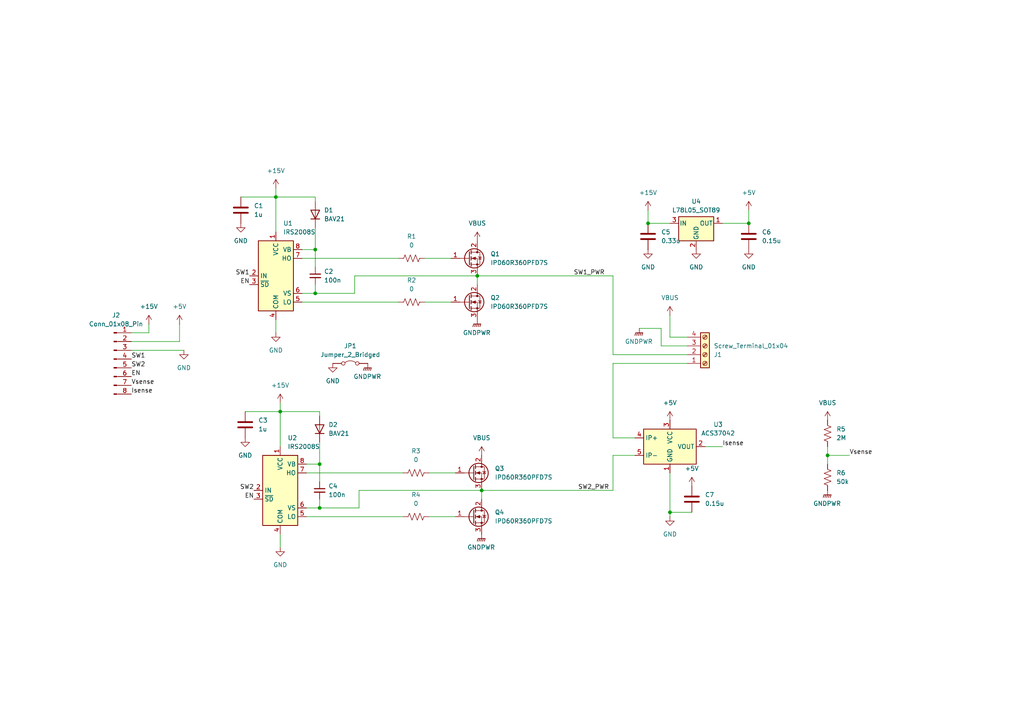
<source format=kicad_sch>
(kicad_sch (version 20250114) (generator "eeschema") (generator_version "9.0")
  (paper "A4")
  (lib_symbols
    (symbol "Connector:Conn_01x08_Pin" (pin_names (offset 1.016) (hide yes))
      (property "Reference" "J" (at 0 10.16 0))
      (property "Value" "Conn_01x08_Pin" (at 0 -12.7 0))
      (symbol "Conn_01x08_Pin_1_1"
        (rectangle (start 0.8636 7.747) (end 0 7.493) (stroke (width 0.1524)) (fill (type outline)))
        (rectangle (start 0.8636 5.207) (end 0 4.953) (stroke (width 0.1524)) (fill (type outline)))
        (rectangle (start 0.8636 2.667) (end 0 2.413) (stroke (width 0.1524)) (fill (type outline)))
        (rectangle (start 0.8636 0.127) (end 0 -0.127) (stroke (width 0.1524)) (fill (type outline)))
        (rectangle (start 0.8636 -2.413) (end 0 -2.667) (stroke (width 0.1524)) (fill (type outline)))
        (rectangle (start 0.8636 -4.953) (end 0 -5.207) (stroke (width 0.1524)) (fill (type outline)))
        (rectangle (start 0.8636 -7.493) (end 0 -7.747) (stroke (width 0.1524)) (fill (type outline)))
        (rectangle (start 0.8636 -10.033) (end 0 -10.287) (stroke (width 0.1524)) (fill (type outline)))
        (polyline (pts (xy 1.27 7.62) (xy 0.8636 7.62)) (stroke (width 0.1524)))
        (polyline (pts (xy 1.27 5.08) (xy 0.8636 5.08)) (stroke (width 0.1524)))
        (polyline (pts (xy 1.27 2.54) (xy 0.8636 2.54)) (stroke (width 0.1524)))
        (polyline (pts (xy 1.27 0) (xy 0.8636 0)) (stroke (width 0.1524)))
        (polyline (pts (xy 1.27 -2.54) (xy 0.8636 -2.54)) (stroke (width 0.1524)))
        (polyline (pts (xy 1.27 -5.08) (xy 0.8636 -5.08)) (stroke (width 0.1524)))
        (polyline (pts (xy 1.27 -7.62) (xy 0.8636 -7.62)) (stroke (width 0.1524)))
        (polyline (pts (xy 1.27 -10.16) (xy 0.8636 -10.16)) (stroke (width 0.1524)))
        (pin passive line (at 5.08 7.62 180) (length 3.81) (name "Pin_1") (number "1"))
        (pin passive line (at 5.08 5.08 180) (length 3.81) (name "Pin_2") (number "2"))
        (pin passive line (at 5.08 2.54 180) (length 3.81) (name "Pin_3") (number "3"))
        (pin passive line (at 5.08 0 180) (length 3.81) (name "Pin_4") (number "4"))
        (pin passive line (at 5.08 -2.54 180) (length 3.81) (name "Pin_5") (number "5"))
        (pin passive line (at 5.08 -5.08 180) (length 3.81) (name "Pin_6") (number "6"))
        (pin passive line (at 5.08 -7.62 180) (length 3.81) (name "Pin_7") (number "7"))
        (pin passive line (at 5.08 -10.16 180) (length 3.81) (name "Pin_8") (number "8"))
      )
    )
    (symbol "Connector:Screw_Terminal_01x04" (pin_names (offset 1.016) (hide yes))
      (property "Reference" "J" (at 0 5.08 0))
      (property "Value" "Screw_Terminal_01x04" (at 0 -7.62 0))
      (symbol "Screw_Terminal_01x04_1_1"
        (rectangle (start -1.27 3.81) (end 1.27 -6.35) (stroke (width 0.254)) (fill (type background)))
        (polyline (pts (xy -0.5334 2.8702) (xy 0.3302 2.032)) (stroke (width 0.1524)))
        (polyline (pts (xy -0.5334 0.3302) (xy 0.3302 -0.508)) (stroke (width 0.1524)))
        (polyline (pts (xy -0.5334 -2.2098) (xy 0.3302 -3.048)) (stroke (width 0.1524)))
        (polyline (pts (xy -0.5334 -4.7498) (xy 0.3302 -5.588)) (stroke (width 0.1524)))
        (polyline (pts (xy -0.3556 3.048) (xy 0.508 2.2098)) (stroke (width 0.1524)))
        (polyline (pts (xy -0.3556 0.508) (xy 0.508 -0.3302)) (stroke (width 0.1524)))
        (polyline (pts (xy -0.3556 -2.032) (xy 0.508 -2.8702)) (stroke (width 0.1524)))
        (polyline (pts (xy -0.3556 -4.572) (xy 0.508 -5.4102)) (stroke (width 0.1524)))
        (circle (center 0 2.54) (radius 0.635) (stroke (width 0.1524)))
        (circle (center 0 0) (radius 0.635) (stroke (width 0.1524)))
        (circle (center 0 -2.54) (radius 0.635) (stroke (width 0.1524)))
        (circle (center 0 -5.08) (radius 0.635) (stroke (width 0.1524)))
        (pin passive line (at -5.08 2.54 0) (length 3.81) (name "Pin_1") (number "1"))
        (pin passive line (at -5.08 0 0) (length 3.81) (name "Pin_2") (number "2"))
        (pin passive line (at -5.08 -2.54 0) (length 3.81) (name "Pin_3") (number "3"))
        (pin passive line (at -5.08 -5.08 0) (length 3.81) (name "Pin_4") (number "4"))
      )
    )
    (symbol "Device:C" (pin_numbers (hide yes)) (pin_names (offset 0.254))
      (property "Reference" "C" (at 0.635 2.54 0))
      (property "Value" "C" (at 0.635 -2.54 0))
      (symbol "C_0_1"
        (polyline (pts (xy -2.032 0.762) (xy 2.032 0.762)) (stroke (width 0.508)))
        (polyline (pts (xy -2.032 -0.762) (xy 2.032 -0.762)) (stroke (width 0.508)))
      )
      (symbol "C_1_1"
        (pin passive line (at 0 3.81 270) (length 2.794) (name "~") (number "1"))
        (pin passive line (at 0 -3.81 90) (length 2.794) (name "~") (number "2"))
      )
    )
    (symbol "Device:C_Small" (pin_numbers (hide yes)) (pin_names (offset 0.254) (hide yes))
      (property "Reference" "C" (at 0.254 1.778 0))
      (property "Value" "C_Small" (at 0.254 -2.032 0))
      (symbol "C_Small_0_1"
        (polyline (pts (xy -1.524 0.508) (xy 1.524 0.508)) (stroke (width 0.3048)))
        (polyline (pts (xy -1.524 -0.508) (xy 1.524 -0.508)) (stroke (width 0.3302)))
      )
      (symbol "C_Small_1_1"
        (pin passive line (at 0 2.54 270) (length 2.032) (name "~") (number "1"))
        (pin passive line (at 0 -2.54 90) (length 2.032) (name "~") (number "2"))
      )
    )
    (symbol "Device:R_US" (pin_numbers (hide yes)) (pin_names (offset 0))
      (property "Reference" "R" (at 2.54 0 90))
      (property "Value" "R_US" (at -2.54 0 90))
      (symbol "R_US_0_1"
        (polyline (pts (xy 0 2.286) (xy 0 2.54)))
        (polyline (pts (xy 0 2.286) (xy 1.016 1.905) (xy 0 1.524) (xy -1.016 1.143) (xy 0 0.762)))
        (polyline (pts (xy 0 0.762) (xy 1.016 0.381) (xy 0 0) (xy -1.016 -0.381) (xy 0 -0.762)))
        (polyline (pts (xy 0 -0.762) (xy 1.016 -1.143) (xy 0 -1.524) (xy -1.016 -1.905) (xy 0 -2.286)))
        (polyline (pts (xy 0 -2.286) (xy 0 -2.54)))
      )
      (symbol "R_US_1_1"
        (pin passive line (at 0 3.81 270) (length 1.27) (name "~") (number "1"))
        (pin passive line (at 0 -3.81 90) (length 1.27) (name "~") (number "2"))
      )
    )
    (symbol "Diode:BAV21" (pin_numbers (hide yes)) (pin_names (hide yes))
      (property "Reference" "D" (at 0 2.54 0))
      (property "Value" "BAV21" (at 0 -2.54 0))
      (symbol "BAV21_0_1"
        (polyline (pts (xy -1.27 1.27) (xy -1.27 -1.27)) (stroke (width 0.254)))
        (polyline (pts (xy 1.27 1.27) (xy 1.27 -1.27) (xy -1.27 0) (xy 1.27 1.27)) (stroke (width 0.254)))
        (polyline (pts (xy 1.27 0) (xy -1.27 0)))
      )
      (symbol "BAV21_1_1"
        (pin passive line (at -3.81 0 0) (length 2.54) (name "K") (number "1"))
        (pin passive line (at 3.81 0 180) (length 2.54) (name "A") (number "2"))
      )
    )
    (symbol "Driver_FET:IRS2008S"
      (property "Reference" "U" (at 1.27 13.335 0))
      (property "Value" "IRS2008S" (at 1.27 11.43 0))
      (symbol "IRS2008S_0_1"
        (rectangle (start -5.08 -10.16) (end 5.08 10.16) (stroke (width 0.254)) (fill (type background)))
      )
      (symbol "IRS2008S_1_1"
        (pin input line (at -7.62 0 0) (length 2.54) (name "IN") (number "2"))
        (pin input line (at -7.62 -2.54 0) (length 2.54) (name "~{SD}") (number "3"))
        (pin power_in line (at 0 12.7 270) (length 2.54) (name "VCC") (number "1"))
        (pin power_in line (at 0 -12.7 90) (length 2.54) (name "COM") (number "4"))
        (pin passive line (at 7.62 7.62 180) (length 2.54) (name "VB") (number "8"))
        (pin output line (at 7.62 5.08 180) (length 2.54) (name "HO") (number "7"))
        (pin passive line (at 7.62 -5.08 180) (length 2.54) (name "VS") (number "6"))
        (pin output line (at 7.62 -7.62 180) (length 2.54) (name "LO") (number "5"))
      )
    )
    (symbol "Jumper:Jumper_2_Bridged" (pin_numbers (hide yes)) (pin_names (offset 0) (hide yes))
      (property "Reference" "JP" (at 0 1.905 0))
      (property "Value" "Jumper_2_Bridged" (at 0 -2.54 0))
      (symbol "Jumper_2_Bridged_0_0"
        (circle (center -2.032 0) (radius 0.508))
        (circle (center 2.032 0) (radius 0.508))
      )
      (symbol "Jumper_2_Bridged_0_1"
        (arc (start -1.524 0.254) (mid 0 0.762) (end 1.524 0.254))
      )
      (symbol "Jumper_2_Bridged_1_1"
        (pin passive line (at -5.08 0 0) (length 2.54) (name "A") (number "1"))
        (pin passive line (at 5.08 0 180) (length 2.54) (name "B") (number "2"))
      )
    )
    (symbol "Regulator_Linear:L78L05_SOT89" (pin_names (offset 0.254))
      (property "Reference" "U" (at -3.81 3.175 0))
      (property "Value" "L78L05_SOT89" (at -0.635 3.175 0))
      (symbol "L78L05_SOT89_0_1"
        (rectangle (start -5.08 1.905) (end 5.08 -5.08) (stroke (width 0.254)) (fill (type background)))
      )
      (symbol "L78L05_SOT89_1_1"
        (pin power_in line (at -7.62 0 0) (length 2.54) (name "IN") (number "3"))
        (pin power_in line (at 0 -7.62 90) (length 2.54) (name "GND") (number "2"))
        (pin power_out line (at 7.62 0 180) (length 2.54) (name "OUT") (number "1"))
      )
    )
    (symbol "Transistor_FET:IPD50R380CE" (pin_names (hide yes))
      (property "Reference" "Q" (at 5.08 1.905 0))
      (property "Value" "IPD50R380CE" (at 5.08 0 0))
      (symbol "IPD50R380CE_0_1"
        (polyline (pts (xy 0.254 1.905) (xy 0.254 -1.905)) (stroke (width 0.254)))
        (polyline (pts (xy 0.254 0) (xy -2.54 0)))
        (polyline (pts (xy 0.762 2.286) (xy 0.762 1.27)) (stroke (width 0.254)))
        (polyline (pts (xy 0.762 0.508) (xy 0.762 -0.508)) (stroke (width 0.254)))
        (polyline (pts (xy 0.762 -1.27) (xy 0.762 -2.286)) (stroke (width 0.254)))
        (polyline (pts (xy 0.762 -1.778) (xy 3.302 -1.778) (xy 3.302 1.778) (xy 0.762 1.778)))
        (polyline (pts (xy 1.016 0) (xy 2.032 0.381) (xy 2.032 -0.381) (xy 1.016 0)) (fill (type outline)))
        (circle (center 1.651 0) (radius 2.794) (stroke (width 0.254)))
        (polyline (pts (xy 2.54 2.54) (xy 2.54 1.778)))
        (circle (center 2.54 1.778) (radius 0.254) (fill (type outline)))
        (circle (center 2.54 -1.778) (radius 0.254) (fill (type outline)))
        (polyline (pts (xy 2.54 -2.54) (xy 2.54 0) (xy 0.762 0)))
        (polyline (pts (xy 2.794 0.508) (xy 2.921 0.381) (xy 3.683 0.381) (xy 3.81 0.254)))
        (polyline (pts (xy 3.302 0.381) (xy 2.921 -0.254) (xy 3.683 -0.254) (xy 3.302 0.381)))
      )
      (symbol "IPD50R380CE_1_1"
        (pin input line (at -5.08 0 0) (length 2.54) (name "G") (number "1"))
        (pin passive line (at 2.54 5.08 270) (length 2.54) (name "D") (number "2"))
        (pin passive line (at 2.54 -5.08 90) (length 2.54) (name "S") (number "3"))
      )
    )
    (symbol "gate_driver:ACS37042"
      (property "Reference" "U" (at -7.62 6.35 0))
      (property "Value" "ACS37042" (at 1.27 6.35 0))
      (symbol "ACS37042_0_1"
        (rectangle (start -7.62 5.08) (end 7.62 -5.08) (stroke (width 0.254)) (fill (type background)))
      )
      (symbol "ACS37042_1_1"
        (pin passive line (at -10.16 2.54 0) (length 2.54) (name "IP+") (number "4"))
        (pin passive line (at -10.16 -2.54 0) (length 2.54) (name "IP-") (number "5"))
        (pin power_in line (at 0 7.62 270) (length 2.54) (name "VCC") (number "3"))
        (pin power_in line (at 0 -7.62 90) (length 2.54) (name "GND") (number "1"))
        (pin output line (at 10.16 0 180) (length 2.54) (name "VOUT") (number "2"))
      )
    )
    (symbol "power:+15V" (power) (pin_numbers (hide yes)) (pin_names (offset 0) (hide yes))
      (property "Value" "+15V" (at 0 3.556 0))
      (symbol "+15V_0_1"
        (polyline (pts (xy -0.762 1.27) (xy 0 2.54)))
        (polyline (pts (xy 0 2.54) (xy 0.762 1.27)))
        (polyline (pts (xy 0 0) (xy 0 2.54)))
      )
      (symbol "+15V_1_1"
        (pin power_in line (at 0 0 90) (length 0) (name "~") (number "1"))
      )
    )
    (symbol "power:+5V" (power) (pin_numbers (hide yes)) (pin_names (offset 0) (hide yes))
      (property "Value" "+5V" (at 0 3.556 0))
      (symbol "+5V_0_1"
        (polyline (pts (xy -0.762 1.27) (xy 0 2.54)))
        (polyline (pts (xy 0 2.54) (xy 0.762 1.27)))
        (polyline (pts (xy 0 0) (xy 0 2.54)))
      )
      (symbol "+5V_1_1"
        (pin power_in line (at 0 0 90) (length 0) (name "~") (number "1"))
      )
    )
    (symbol "power:GND" (power) (pin_numbers (hide yes)) (pin_names (offset 0) (hide yes))
      (property "Value" "GND" (at 0 -3.81 0))
      (symbol "GND_0_1"
        (polyline (pts (xy 0 0) (xy 0 -1.27) (xy 1.27 -1.27) (xy 0 -2.54) (xy -1.27 -1.27) (xy 0 -1.27)))
      )
      (symbol "GND_1_1"
        (pin power_in line (at 0 0 270) (length 0) (name "~") (number "1"))
      )
    )
    (symbol "power:GNDPWR" (power) (pin_numbers (hide yes)) (pin_names (offset 0) (hide yes))
      (property "Value" "GNDPWR" (at 0 -3.302 0))
      (symbol "GNDPWR_0_1"
        (polyline (pts (xy -1.016 -1.27) (xy -1.27 -2.032) (xy -1.27 -2.032)) (stroke (width 0.2032)))
        (polyline (pts (xy -0.508 -1.27) (xy -0.762 -2.032) (xy -0.762 -2.032)) (stroke (width 0.2032)))
        (polyline (pts (xy 0 -1.27) (xy 0 0)))
        (polyline (pts (xy 0 -1.27) (xy -0.254 -2.032) (xy -0.254 -2.032)) (stroke (width 0.2032)))
        (polyline (pts (xy 0.508 -1.27) (xy 0.254 -2.032) (xy 0.254 -2.032)) (stroke (width 0.2032)))
        (polyline (pts (xy 1.016 -1.27) (xy -1.016 -1.27) (xy -1.016 -1.27)) (stroke (width 0.2032)))
        (polyline (pts (xy 1.016 -1.27) (xy 0.762 -2.032) (xy 0.762 -2.032) (xy 0.762 -2.032)) (stroke (width 0.2032)))
      )
      (symbol "GNDPWR_1_1"
        (pin power_in line (at 0 0 270) (length 0) (name "~") (number "1"))
      )
    )
    (symbol "power:VBUS" (power) (pin_numbers (hide yes)) (pin_names (offset 0) (hide yes))
      (property "Value" "VBUS" (at 0 3.556 0))
      (symbol "VBUS_0_1"
        (polyline (pts (xy -0.762 1.27) (xy 0 2.54)))
        (polyline (pts (xy 0 2.54) (xy 0.762 1.27)))
        (polyline (pts (xy 0 0) (xy 0 2.54)))
      )
      (symbol "VBUS_1_1"
        (pin power_in line (at 0 0 90) (length 0) (name "~") (number "1"))
      )
    )
  )
  (junction (at 91.44 85.09))
  (junction (at 80.01 57.15))
  (junction (at 91.44 72.39))
  (junction (at 81.28 119.38))
  (junction (at 139.7 142.24))
  (junction (at 240.03 132.08))
  (junction (at 138.43 80.01))
  (junction (at 92.71 134.62))
  (junction (at 194.31 148.59))
  (junction (at 187.96 64.77))
  (junction (at 92.71 147.32))
  (junction (at 217.17 64.77))
  (wire (pts (xy 81.28 119.38) (xy 92.71 119.38)))
  (wire (pts (xy 102.87 80.01) (xy 102.87 85.09)))
  (wire (pts (xy 87.63 85.09) (xy 91.44 85.09)))
  (wire (pts (xy 123.19 87.63) (xy 130.81 87.63)))
  (wire (pts (xy 177.8 105.41) (xy 177.8 127)))
  (wire (pts (xy 187.96 64.77) (xy 194.31 64.77)))
  (wire (pts (xy 80.01 57.15) (xy 91.44 57.15)))
  (wire (pts (xy 194.31 91.44) (xy 194.31 97.79)))
  (wire (pts (xy 43.18 96.52) (xy 38.1 96.52)))
  (wire (pts (xy 177.8 132.08) (xy 177.8 142.24)))
  (wire (pts (xy 177.8 127) (xy 184.15 127)))
  (wire (pts (xy 104.14 142.24) (xy 139.7 142.24)))
  (wire (pts (xy 92.71 139.7) (xy 92.71 134.62)))
  (wire (pts (xy 102.87 80.01) (xy 138.43 80.01)))
  (wire (pts (xy 87.63 74.93) (xy 115.57 74.93)))
  (wire (pts (xy 185.42 95.25) (xy 191.77 95.25)))
  (wire (pts (xy 194.31 148.59) (xy 200.66 148.59)))
  (wire (pts (xy 69.85 57.15) (xy 80.01 57.15)))
  (wire (pts (xy 81.28 154.94) (xy 81.28 158.75)))
  (wire (pts (xy 81.28 116.84) (xy 81.28 119.38)))
  (wire (pts (xy 92.71 147.32) (xy 104.14 147.32)))
  (wire (pts (xy 104.14 142.24) (xy 104.14 147.32)))
  (wire (pts (xy 91.44 85.09) (xy 102.87 85.09)))
  (wire (pts (xy 71.12 119.38) (xy 81.28 119.38)))
  (wire (pts (xy 91.44 77.47) (xy 91.44 72.39)))
  (wire (pts (xy 123.19 74.93) (xy 130.81 74.93)))
  (wire (pts (xy 177.8 142.24) (xy 139.7 142.24)))
  (wire (pts (xy 91.44 66.04) (xy 91.44 72.39)))
  (wire (pts (xy 88.9 147.32) (xy 92.71 147.32)))
  (wire (pts (xy 217.17 60.96) (xy 217.17 64.77)))
  (wire (pts (xy 43.18 93.98) (xy 43.18 96.52)))
  (wire (pts (xy 92.71 144.78) (xy 92.71 147.32)))
  (wire (pts (xy 240.03 132.08) (xy 240.03 134.62)))
  (wire (pts (xy 91.44 72.39) (xy 87.63 72.39)))
  (wire (pts (xy 177.8 132.08) (xy 184.15 132.08)))
  (wire (pts (xy 124.46 137.16) (xy 132.08 137.16)))
  (wire (pts (xy 177.8 80.01) (xy 177.8 102.87)))
  (wire (pts (xy 199.39 105.41) (xy 177.8 105.41)))
  (wire (pts (xy 52.07 93.98) (xy 52.07 99.06)))
  (wire (pts (xy 138.43 80.01) (xy 138.43 82.55)))
  (wire (pts (xy 204.47 129.54) (xy 209.55 129.54)))
  (wire (pts (xy 52.07 99.06) (xy 38.1 99.06)))
  (wire (pts (xy 91.44 57.15) (xy 91.44 58.42)))
  (wire (pts (xy 194.31 148.59) (xy 194.31 137.16)))
  (wire (pts (xy 88.9 137.16) (xy 116.84 137.16)))
  (wire (pts (xy 80.01 92.71) (xy 80.01 96.52)))
  (wire (pts (xy 209.55 64.77) (xy 217.17 64.77)))
  (wire (pts (xy 191.77 100.33) (xy 199.39 100.33)))
  (wire (pts (xy 80.01 54.61) (xy 80.01 57.15)))
  (wire (pts (xy 191.77 95.25) (xy 191.77 100.33)))
  (wire (pts (xy 139.7 142.24) (xy 139.7 144.78)))
  (wire (pts (xy 87.63 87.63) (xy 115.57 87.63)))
  (wire (pts (xy 187.96 60.96) (xy 187.96 64.77)))
  (wire (pts (xy 92.71 128.27) (xy 92.71 134.62)))
  (wire (pts (xy 88.9 149.86) (xy 116.84 149.86)))
  (wire (pts (xy 240.03 129.54) (xy 240.03 132.08)))
  (wire (pts (xy 124.46 149.86) (xy 132.08 149.86)))
  (wire (pts (xy 194.31 149.86) (xy 194.31 148.59)))
  (wire (pts (xy 92.71 119.38) (xy 92.71 120.65)))
  (wire (pts (xy 38.1 101.6) (xy 53.34 101.6)))
  (wire (pts (xy 194.31 97.79) (xy 199.39 97.79)))
  (wire (pts (xy 91.44 82.55) (xy 91.44 85.09)))
  (wire (pts (xy 80.01 57.15) (xy 80.01 67.31)))
  (wire (pts (xy 177.8 102.87) (xy 199.39 102.87)))
  (wire (pts (xy 240.03 132.08) (xy 246.38 132.08)))
  (wire (pts (xy 81.28 119.38) (xy 81.28 129.54)))
  (wire (pts (xy 92.71 134.62) (xy 88.9 134.62)))
  (wire (pts (xy 138.43 80.01) (xy 177.8 80.01)))
  (label "SW1" (at 38.1 104.14 0))
  (label "SW1" (at 72.39 80.01 180))
  (label "SW1_PWR" (at 166.37 80.01 0))
  (label "Vsense" (at 38.1 111.76 0))
  (label "SW2_PWR" (at 167.64 142.24 0))
  (label "EN" (at 73.66 144.78 180))
  (label "Isense" (at 38.1 114.3 0))
  (label "Isense" (at 209.55 129.54 0))
  (label "Vsense" (at 246.38 132.08 0))
  (label "EN" (at 72.39 82.55 180))
  (label "EN" (at 38.1 109.22 0))
  (label "SW2" (at 73.66 142.24 180))
  (label "SW2" (at 38.1 106.68 0))
  (symbol (lib_id "power:GND") (at 71.12 127 0) (unit 1)
    (property "Reference" "#PWR08" (effects (hide yes)))
    (property "Value" "GND" (at 71.12 132.08 0))
    (property "Description" "Power symbol creates a global label with name \"GND\" , ground" (effects (hide yes)))
  )
  (symbol (lib_id "power:VBUS") (at 240.03 121.92 0) (unit 1)
    (property "Reference" "#PWR016" (effects (hide yes)))
    (property "Value" "VBUS" (at 240.03 116.84 0))
    (property "Description" "Power symbol creates a global label with name \"VBUS\"" (effects (hide yes)))
  )
  (symbol (lib_id "Device:C_Small") (at 92.71 142.24 0) (unit 1)
    (property "Reference" "C4" (at 95.25 140.9762 0) (effects (justify left)))
    (property "Value" "100n" (at 95.25 143.5162 0) (effects (justify left)))
    (property "Footprint" "Capacitor_SMD:C_1206_3216Metric" (effects (hide yes)))
    (property "Description" "Unpolarized capacitor, small symbol" (effects (hide yes)))
  )
  (symbol (lib_id "power:GND") (at 81.28 158.75 0) (unit 1)
    (property "Reference" "#PWR010" (effects (hide yes)))
    (property "Value" "GND" (at 81.28 163.83 0))
    (property "Description" "Power symbol creates a global label with name \"GND\" , ground" (effects (hide yes)))
  )
  (symbol (lib_id "power:+15V") (at 187.96 60.96 0) (unit 1)
    (property "Reference" "#PWR017" (effects (hide yes)))
    (property "Value" "+15V" (at 187.96 55.88 0))
    (property "Description" "Power symbol creates a global label with name \"+15V\"" (effects (hide yes)))
  )
  (symbol (lib_id "power:GND") (at 80.01 96.52 0) (unit 1)
    (property "Reference" "#PWR03" (effects (hide yes)))
    (property "Value" "GND" (at 80.01 101.6 0))
    (property "Description" "Power symbol creates a global label with name \"GND\" , ground" (effects (hide yes)))
  )
  (symbol (lib_id "Device:C") (at 71.12 123.19 0) (unit 1)
    (property "Reference" "C3" (at 74.93 121.9199 0) (effects (justify left)))
    (property "Value" "1u" (at 74.93 124.4599 0) (effects (justify left)))
    (property "Footprint" "Capacitor_SMD:C_0805_2012Metric" (effects (hide yes)))
    (property "Description" "Unpolarized capacitor" (effects (hide yes)))
  )
  (symbol (lib_id "Connector:Screw_Terminal_01x04") (at 204.47 102.87 0) (mirror x) (unit 1)
    (property "Reference" "J1" (at 207.01 102.8701 0) (effects (justify left)))
    (property "Value" "Screw_Terminal_01x04" (at 207.01 100.3301 0) (effects (justify left)))
    (property "Footprint" "TerminalBlock_Altech:Altech_AK100_1x04_P5.00mm" (effects (hide yes)))
    (property "Description" "Generic screw terminal, single row, 01x04, script generated (kicad-library-utils/schlib/autogen/connector/)" (effects (hide yes)))
  )
  (symbol (lib_id "power:+15V") (at 43.18 93.98 0) (unit 1)
    (property "Reference" "#PWR023" (effects (hide yes)))
    (property "Value" "+15V" (at 43.18 88.9 0))
    (property "Description" "Power symbol creates a global label with name \"+15V\"" (effects (hide yes)))
  )
  (symbol (lib_id "Device:C") (at 187.96 68.58 0) (unit 1)
    (property "Reference" "C5" (at 191.77 67.3099 0) (effects (justify left)))
    (property "Value" "0.33u" (at 191.77 69.8499 0) (effects (justify left)))
    (property "Footprint" "Capacitor_SMD:C_0805_2012Metric" (effects (hide yes)))
    (property "Description" "Unpolarized capacitor" (effects (hide yes)))
  )
  (symbol (lib_id "power:GNDPWR") (at 240.03 142.24 0) (unit 1)
    (property "Reference" "#PWR015" (effects (hide yes)))
    (property "Value" "GNDPWR" (at 239.903 146.05 0))
    (property "Description" "Power symbol creates a global label with name \"GNDPWR\" , global ground" (effects (hide yes)))
  )
  (symbol (lib_id "power:VBUS") (at 139.7 132.08 0) (unit 1)
    (property "Reference" "#PWR011" (effects (hide yes)))
    (property "Value" "VBUS" (at 139.7 127 0))
    (property "Description" "Power symbol creates a global label with name \"VBUS\"" (effects (hide yes)))
  )
  (symbol (lib_id "power:+5V") (at 217.17 60.96 0) (unit 1)
    (property "Reference" "#PWR019" (effects (hide yes)))
    (property "Value" "+5V" (at 217.17 55.88 0))
    (property "Description" "Power symbol creates a global label with name \"+5V\"" (effects (hide yes)))
  )
  (symbol (lib_id "Device:C") (at 200.66 144.78 0) (unit 1)
    (property "Reference" "C7" (at 204.47 143.5099 0) (effects (justify left)))
    (property "Value" "0.15u" (at 204.47 146.0499 0) (effects (justify left)))
    (property "Footprint" "Capacitor_SMD:C_0805_2012Metric" (effects (hide yes)))
    (property "Description" "Unpolarized capacitor" (effects (hide yes)))
  )
  (symbol (lib_id "Driver_FET:IRS2008S") (at 80.01 80.01 0) (unit 1)
    (property "Reference" "U1" (at 82.1533 64.77 0) (effects (justify left)))
    (property "Value" "IRS2008S" (at 82.1533 67.31 0) (effects (justify left)))
    (property "Footprint" "Package_SO:SOIC-8_3.9x4.9mm_P1.27mm" (effects (hide yes)))
    (property "Datasheet" "https://www.infineon.com/assets/row/public/documents/60/49/infineon-irs2008s-m-datasheet-en.pdf?fileId=5546d46269e1c019016ae5475e943bd3&redirId=115112" (effects (hide yes)))
    (property "Description" "200-V Half-Bridge Driver With Shutdown Input, 200V, 290/600mA, SOIC-8" (effects (hide yes)))
  )
  (symbol (lib_id "power:+15V") (at 81.28 116.84 0) (unit 1)
    (property "Reference" "#PWR09" (effects (hide yes)))
    (property "Value" "+15V" (at 81.28 111.76 0))
    (property "Description" "Power symbol creates a global label with name \"+15V\"" (effects (hide yes)))
  )
  (symbol (lib_id "Diode:BAV21") (at 91.44 62.23 90) (unit 1)
    (property "Reference" "D1" (at 93.98 60.9599 90) (effects (justify right)))
    (property "Value" "BAV21" (at 93.98 63.4999 90) (effects (justify right)))
    (property "Footprint" "Diode_SMD:D_SOD-323" (effects (hide yes)))
    (property "Datasheet" "https://mm.digikey.com/Volume0/opasdata/d220001/medias/docus/7158/5272_BAV21WS.pdf" (effects (hide yes)))
    (property "Description" "200V 0.25A Small Signal Switching Diode, High Voltage, DO-35" (effects (hide yes)))
    (property "Sim.Device" "D" (effects (hide yes)))
    (property "Sim.Pins" "1=K 2=A" (effects (hide yes)))
  )
  (symbol (lib_id "Transistor_FET:IPD50R380CE") (at 135.89 74.93 0) (unit 1)
    (property "Reference" "Q1" (at 142.24 73.6599 0) (effects (justify left)))
    (property "Value" "IPD60R360PFD7S" (at 142.24 76.1999 0) (effects (justify left)))
    (property "Footprint" "Package_TO_SOT_SMD:TO-252-2" (effects (hide yes)))
    (property "Datasheet" "https://www.infineon.com/assets/row/public/documents/24/49/infineon-ipd60r360pfd7s-datasheet-en.pdf?fileId=5546d4626df6ee62016e227958cc6750" (effects (hide yes)))
    (property "Description" "14.1A Id, 500V Vds, CoolMOS N-Channel Power MOSFET, 380mOhm Ron, 24.8nC Qg (typ), TO-252-2" (effects (hide yes)))
  )
  (symbol (lib_id "power:GND") (at 53.34 101.6 0) (unit 1)
    (property "Reference" "#PWR022" (effects (hide yes)))
    (property "Value" "GND" (at 53.34 106.68 0))
    (property "Description" "Power symbol creates a global label with name \"GND\" , ground" (effects (hide yes)))
  )
  (symbol (lib_id "Device:C") (at 217.17 68.58 0) (unit 1)
    (property "Reference" "C6" (at 220.98 67.3099 0) (effects (justify left)))
    (property "Value" "0.15u" (at 220.98 69.8499 0) (effects (justify left)))
    (property "Footprint" "Capacitor_SMD:C_0805_2012Metric" (effects (hide yes)))
    (property "Description" "Unpolarized capacitor" (effects (hide yes)))
  )
  (symbol (lib_id "power:GND") (at 96.52 105.41 0) (unit 1)
    (property "Reference" "#PWR026" (effects (hide yes)))
    (property "Value" "GND" (at 96.52 110.49 0))
    (property "Description" "Power symbol creates a global label with name \"GND\" , ground" (effects (hide yes)))
  )
  (symbol (lib_id "Device:R_US") (at 120.65 149.86 90) (unit 1)
    (property "Reference" "R4" (at 120.65 143.51 90))
    (property "Value" "0" (at 120.65 146.05 90))
    (property "Footprint" "Resistor_SMD:R_0805_2012Metric" (effects (hide yes)))
    (property "Description" "Resistor, US symbol" (effects (hide yes)))
  )
  (symbol (lib_id "power:GND") (at 201.93 72.39 0) (unit 1)
    (property "Reference" "#PWR018" (effects (hide yes)))
    (property "Value" "GND" (at 201.93 77.47 0))
    (property "Description" "Power symbol creates a global label with name \"GND\" , ground" (effects (hide yes)))
  )
  (symbol (lib_id "Transistor_FET:IPD50R380CE") (at 137.16 137.16 0) (unit 1)
    (property "Reference" "Q3" (at 143.51 135.8899 0) (effects (justify left)))
    (property "Value" "IPD60R360PFD7S" (at 143.51 138.4299 0) (effects (justify left)))
    (property "Footprint" "Package_TO_SOT_SMD:TO-252-2" (effects (hide yes)))
    (property "Datasheet" "https://www.infineon.com/assets/row/public/documents/24/49/infineon-ipd60r360pfd7s-datasheet-en.pdf?fileId=5546d4626df6ee62016e227958cc6750" (effects (hide yes)))
    (property "Description" "14.1A Id, 500V Vds, CoolMOS N-Channel Power MOSFET, 380mOhm Ron, 24.8nC Qg (typ), TO-252-2" (effects (hide yes)))
  )
  (symbol (lib_id "power:GND") (at 69.85 64.77 0) (unit 1)
    (property "Reference" "#PWR02" (effects (hide yes)))
    (property "Value" "GND" (at 69.85 69.85 0))
    (property "Description" "Power symbol creates a global label with name \"GND\" , ground" (effects (hide yes)))
  )
  (symbol (lib_id "Jumper:Jumper_2_Bridged") (at 101.6 105.41 0) (unit 1)
    (property "Reference" "JP1" (at 101.6 100.33 0))
    (property "Value" "Jumper_2_Bridged" (at 101.6 102.87 0))
    (property "Footprint" "TestPoint:TestPoint_2Pads_Pitch2.54mm_Drill0.8mm" (effects (hide yes)))
    (property "Description" "Jumper, 2-pole, closed/bridged" (effects (hide yes)))
  )
  (symbol (lib_id "Transistor_FET:IPD50R380CE") (at 135.89 87.63 0) (unit 1)
    (property "Reference" "Q2" (at 142.24 86.3599 0) (effects (justify left)))
    (property "Value" "IPD60R360PFD7S" (at 142.24 88.8999 0) (effects (justify left)))
    (property "Footprint" "Package_TO_SOT_SMD:TO-252-2" (effects (hide yes)))
    (property "Datasheet" "https://www.infineon.com/assets/row/public/documents/24/49/infineon-ipd60r360pfd7s-datasheet-en.pdf?fileId=5546d4626df6ee62016e227958cc6750" (effects (hide yes)))
    (property "Description" "14.1A Id, 500V Vds, CoolMOS N-Channel Power MOSFET, 380mOhm Ron, 24.8nC Qg (typ), TO-252-2" (effects (hide yes)))
  )
  (symbol (lib_id "Device:R_US") (at 120.65 137.16 90) (unit 1)
    (property "Reference" "R3" (at 120.65 130.81 90))
    (property "Value" "0" (at 120.65 133.35 90))
    (property "Footprint" "Resistor_SMD:R_0805_2012Metric" (effects (hide yes)))
    (property "Description" "Resistor, US symbol" (effects (hide yes)))
  )
  (symbol (lib_id "gate_driver:ACS37042") (at 194.31 129.54 0) (unit 1)
    (property "Reference" "U3" (at 208.28 123.1198 0))
    (property "Value" "ACS37042" (at 208.28 125.6598 0))
    (property "Footprint" "Package_TO_SOT_SMD:SOT-23-5" (effects (hide yes)))
    (property "Datasheet" "https://www.allegromicro.com/-/media/files/datasheets/acs37041-2-datasheet.pdf?sc_lang=en" (effects (hide yes)))
    (property "Description" "±15A Bidirectional Hall Effect Linear Current Sensor, +5.0V supply, 133mV/A, SOIC-8, OBSOLETE" (effects (hide yes)))
  )
  (symbol (lib_id "Transistor_FET:IPD50R380CE") (at 137.16 149.86 0) (unit 1)
    (property "Reference" "Q4" (at 143.51 148.5899 0) (effects (justify left)))
    (property "Value" "IPD60R360PFD7S" (at 143.51 151.1299 0) (effects (justify left)))
    (property "Footprint" "Package_TO_SOT_SMD:TO-252-2" (effects (hide yes)))
    (property "Datasheet" "https://www.infineon.com/assets/row/public/documents/24/49/infineon-ipd60r360pfd7s-datasheet-en.pdf?fileId=5546d4626df6ee62016e227958cc6750" (effects (hide yes)))
    (property "Description" "14.1A Id, 500V Vds, CoolMOS N-Channel Power MOSFET, 380mOhm Ron, 24.8nC Qg (typ), TO-252-2" (effects (hide yes)))
  )
  (symbol (lib_id "power:GNDPWR") (at 139.7 154.94 0) (unit 1)
    (property "Reference" "#PWR012" (effects (hide yes)))
    (property "Value" "GNDPWR" (at 139.573 158.75 0))
    (property "Description" "Power symbol creates a global label with name \"GNDPWR\" , global ground" (effects (hide yes)))
  )
  (symbol (lib_id "power:GND") (at 194.31 149.86 0) (unit 1)
    (property "Reference" "#PWR013" (effects (hide yes)))
    (property "Value" "GND" (at 194.31 154.94 0))
    (property "Description" "Power symbol creates a global label with name \"GND\" , ground" (effects (hide yes)))
  )
  (symbol (lib_id "Diode:BAV21") (at 92.71 124.46 90) (unit 1)
    (property "Reference" "D2" (at 95.25 123.1899 90) (effects (justify right)))
    (property "Value" "BAV21" (at 95.25 125.7299 90) (effects (justify right)))
    (property "Footprint" "Diode_SMD:D_SOD-323" (effects (hide yes)))
    (property "Datasheet" "https://mm.digikey.com/Volume0/opasdata/d220001/medias/docus/7158/5272_BAV21WS.pdf" (effects (hide yes)))
    (property "Description" "200V 0.25A Small Signal Switching Diode, High Voltage, DO-35" (effects (hide yes)))
    (property "Sim.Device" "D" (effects (hide yes)))
    (property "Sim.Pins" "1=K 2=A" (effects (hide yes)))
  )
  (symbol (lib_id "power:GND") (at 217.17 72.39 0) (unit 1)
    (property "Reference" "#PWR021" (effects (hide yes)))
    (property "Value" "GND" (at 217.17 77.47 0))
    (property "Description" "Power symbol creates a global label with name \"GND\" , ground" (effects (hide yes)))
  )
  (symbol (lib_id "Device:C") (at 69.85 60.96 0) (unit 1)
    (property "Reference" "C1" (at 73.66 59.6899 0) (effects (justify left)))
    (property "Value" "1u" (at 73.66 62.2299 0) (effects (justify left)))
    (property "Footprint" "Capacitor_SMD:C_0805_2012Metric" (effects (hide yes)))
    (property "Description" "Unpolarized capacitor" (effects (hide yes)))
  )
  (symbol (lib_id "Device:R_US") (at 119.38 74.93 90) (unit 1)
    (property "Reference" "R1" (at 119.38 68.58 90))
    (property "Value" "0" (at 119.38 71.12 90))
    (property "Footprint" "Resistor_SMD:R_0805_2012Metric" (effects (hide yes)))
    (property "Description" "Resistor, US symbol" (effects (hide yes)))
  )
  (symbol (lib_id "Connector:Conn_01x08_Pin") (at 33.02 104.14 0) (unit 1)
    (property "Reference" "J2" (at 33.655 91.44 0))
    (property "Value" "Conn_01x08_Pin" (at 33.655 93.98 0))
    (property "Footprint" "Connector_PinHeader_2.54mm:PinHeader_1x08_P2.54mm_Vertical" (effects (hide yes)))
    (property "Description" "Generic connector, single row, 01x08, script generated" (effects (hide yes)))
  )
  (symbol (lib_id "power:GND") (at 187.96 72.39 0) (unit 1)
    (property "Reference" "#PWR020" (effects (hide yes)))
    (property "Value" "GND" (at 187.96 77.47 0))
    (property "Description" "Power symbol creates a global label with name \"GND\" , ground" (effects (hide yes)))
  )
  (symbol (lib_id "power:+15V") (at 80.01 54.61 0) (unit 1)
    (property "Reference" "#PWR01" (effects (hide yes)))
    (property "Value" "+15V" (at 80.01 49.53 0))
    (property "Description" "Power symbol creates a global label with name \"+15V\"" (effects (hide yes)))
  )
  (symbol (lib_id "Device:C_Small") (at 91.44 80.01 0) (unit 1)
    (property "Reference" "C2" (at 93.98 78.7462 0) (effects (justify left)))
    (property "Value" "100n" (at 93.98 81.2862 0) (effects (justify left)))
    (property "Footprint" "Capacitor_SMD:C_1206_3216Metric" (effects (hide yes)))
    (property "Description" "Unpolarized capacitor, small symbol" (effects (hide yes)))
  )
  (symbol (lib_id "Regulator_Linear:L78L05_SOT89") (at 201.93 64.77 0) (unit 1)
    (property "Reference" "U4" (at 201.93 58.42 0))
    (property "Value" "L78L05_SOT89" (at 201.93 60.96 0))
    (property "Footprint" "Package_TO_SOT_SMD:SOT-89-3" (effects (hide yes)))
    (property "Datasheet" "http://www.st.com/content/ccc/resource/technical/document/datasheet/15/55/e5/aa/23/5b/43/fd/CD00000446.pdf/files/CD00000446.pdf/jcr:content/translations/en.CD00000446.pdf" (effects (hide yes)))
    (property "Description" "Positive 100mA 30V Linear Regulator, Fixed Output 5V, SOT-89" (effects (hide yes)))
  )
  (symbol (lib_id "Device:R_US") (at 240.03 125.73 0) (unit 1)
    (property "Reference" "R5" (at 242.57 124.4599 0) (effects (justify left)))
    (property "Value" "2M" (at 242.57 126.9999 0) (effects (justify left)))
    (property "Footprint" "Resistor_SMD:R_1206_3216Metric" (effects (hide yes)))
    (property "Description" "Resistor, US symbol" (effects (hide yes)))
  )
  (symbol (lib_id "power:+5V") (at 194.31 121.92 0) (unit 1)
    (property "Reference" "#PWR014" (effects (hide yes)))
    (property "Value" "+5V" (at 194.31 116.84 0))
    (property "Description" "Power symbol creates a global label with name \"+5V\"" (effects (hide yes)))
  )
  (symbol (lib_id "Driver_FET:IRS2008S") (at 81.28 142.24 0) (unit 1)
    (property "Reference" "U2" (at 83.4233 127 0) (effects (justify left)))
    (property "Value" "IRS2008S" (at 83.4233 129.54 0) (effects (justify left)))
    (property "Footprint" "Package_SO:SOIC-8_3.9x4.9mm_P1.27mm" (effects (hide yes)))
    (property "Datasheet" "https://www.infineon.com/assets/row/public/documents/60/49/infineon-irs2008s-m-datasheet-en.pdf?fileId=5546d46269e1c019016ae5475e943bd3&redirId=115112" (effects (hide yes)))
    (property "Description" "200-V Half-Bridge Driver With Shutdown Input, 200V, 290/600mA, SOIC-8" (effects (hide yes)))
  )
  (symbol (lib_id "power:GNDPWR") (at 185.42 95.25 0) (unit 1)
    (property "Reference" "#PWR05" (effects (hide yes)))
    (property "Value" "GNDPWR" (at 185.293 99.06 0))
    (property "Description" "Power symbol creates a global label with name \"GNDPWR\" , global ground" (effects (hide yes)))
  )
  (symbol (lib_id "Device:R_US") (at 119.38 87.63 90) (unit 1)
    (property "Reference" "R2" (at 119.38 81.28 90))
    (property "Value" "0" (at 119.38 83.82 90))
    (property "Footprint" "Resistor_SMD:R_0805_2012Metric" (effects (hide yes)))
    (property "Description" "Resistor, US symbol" (effects (hide yes)))
  )
  (symbol (lib_id "power:+5V") (at 200.66 140.97 0) (unit 1)
    (property "Reference" "#PWR025" (effects (hide yes)))
    (property "Value" "+5V" (at 200.66 135.89 0))
    (property "Description" "Power symbol creates a global label with name \"+5V\"" (effects (hide yes)))
  )
  (symbol (lib_id "power:+5V") (at 52.07 93.98 0) (unit 1)
    (property "Reference" "#PWR024" (effects (hide yes)))
    (property "Value" "+5V" (at 52.07 88.9 0))
    (property "Description" "Power symbol creates a global label with name \"+5V\"" (effects (hide yes)))
  )
  (symbol (lib_id "Device:R_US") (at 240.03 138.43 0) (unit 1)
    (property "Reference" "R6" (at 242.57 137.1599 0) (effects (justify left)))
    (property "Value" "50k" (at 242.57 139.6999 0) (effects (justify left)))
    (property "Footprint" "Resistor_SMD:R_0805_2012Metric" (effects (hide yes)))
    (property "Description" "Resistor, US symbol" (effects (hide yes)))
  )
  (symbol (lib_id "power:VBUS") (at 194.31 91.44 0) (unit 1)
    (property "Reference" "#PWR04" (effects (hide yes)))
    (property "Value" "VBUS" (at 194.31 86.36 0))
    (property "Description" "Power symbol creates a global label with name \"VBUS\"" (effects (hide yes)))
  )
  (symbol (lib_id "power:GNDPWR") (at 138.43 92.71 0) (unit 1)
    (property "Reference" "#PWR06" (effects (hide yes)))
    (property "Value" "GNDPWR" (at 138.303 96.52 0))
    (property "Description" "Power symbol creates a global label with name \"GNDPWR\" , global ground" (effects (hide yes)))
  )
  (symbol (lib_id "power:GNDPWR") (at 106.68 105.41 0) (unit 1)
    (property "Reference" "#PWR027" (effects (hide yes)))
    (property "Value" "GNDPWR" (at 106.553 109.22 0))
    (property "Description" "Power symbol creates a global label with name \"GNDPWR\" , global ground" (effects (hide yes)))
  )
  (symbol (lib_id "power:VBUS") (at 138.43 69.85 0) (unit 1)
    (property "Reference" "#PWR07" (effects (hide yes)))
    (property "Value" "VBUS" (at 138.43 64.77 0))
    (property "Description" "Power symbol creates a global label with name \"VBUS\"" (effects (hide yes)))
  )
)
</source>
